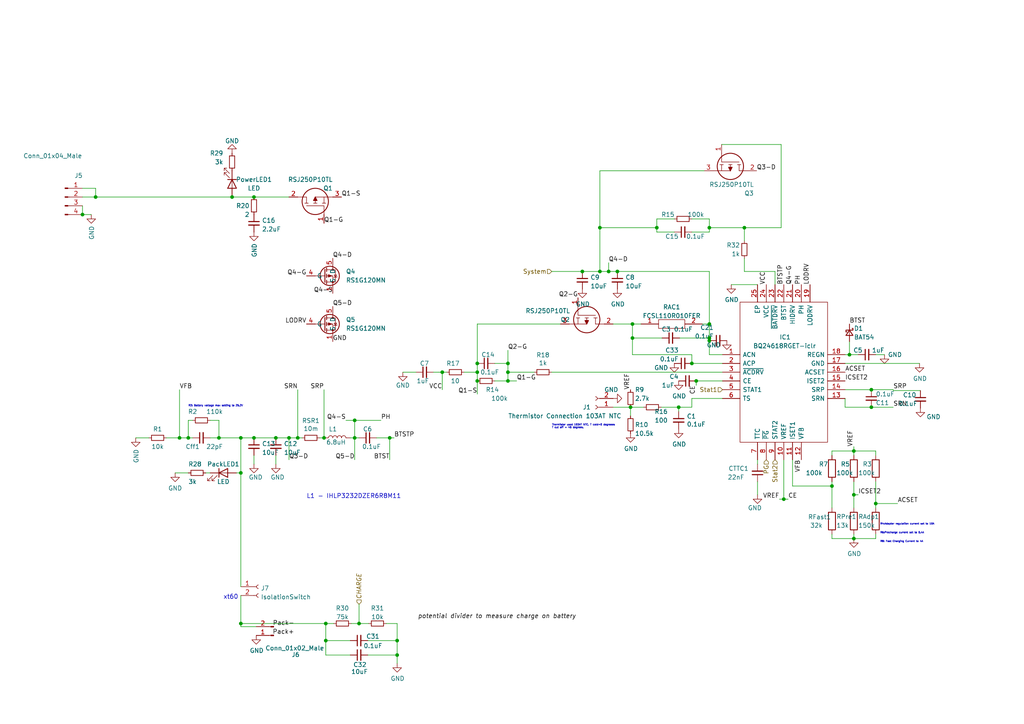
<source format=kicad_sch>
(kicad_sch (version 20211123) (generator eeschema)
  (paper "A4")
  (lib_symbols
    (symbol "Connector:Conn_01x02_Female" (pin_names (offset 1.016) hide)
      (property "Reference" "J" (at 0 2.54 0))
      (property "Value" "Conn_01x02_Female" (at 0 -5.08 0))
      (symbol "Conn_01x02_Female_1_1"
        (arc (start 0 -2.032) (mid -0.508 -2.54) (end 0 -3.048) (stroke (width 0.1524)))
        (polyline (pts (xy -1.27 -2.54) (xy -0.508 -2.54)) (stroke (width 0.1524)))
        (polyline (pts (xy -1.27 0) (xy -0.508 0)) (stroke (width 0.1524)))
        (arc (start 0 0.508) (mid -0.508 0) (end 0 -0.508) (stroke (width 0.1524)))
        (pin passive line (at -5.08 0 0) (length 3.81) (name "Pin_1") (number "1"))
        (pin passive line (at -5.08 -2.54 0) (length 3.81) (name "Pin_2") (number "2"))
      )
    )
    (symbol "Connector:Conn_01x02_Male" (pin_names (offset 1.016) hide)
      (property "Reference" "J" (at 0 2.54 0))
      (property "Value" "Conn_01x02_Male" (at 0 -5.08 0))
      (symbol "Conn_01x02_Male_1_1"
        (polyline (pts (xy 1.27 -2.54) (xy 0.8636 -2.54)) (stroke (width 0.1524)))
        (polyline (pts (xy 1.27 0) (xy 0.8636 0)) (stroke (width 0.1524)))
        (rectangle (start 0.8636 -2.413) (end 0 -2.667) (stroke (width 0.1524)) (fill (type outline)))
        (rectangle (start 0.8636 0.127) (end 0 -0.127) (stroke (width 0.1524)) (fill (type outline)))
        (pin passive line (at 5.08 0 180) (length 3.81) (name "Pin_1") (number "1"))
        (pin passive line (at 5.08 -2.54 180) (length 3.81) (name "Pin_2") (number "2"))
      )
    )
    (symbol "Connector:Conn_01x04_Male" (pin_names (offset 1.016) hide)
      (property "Reference" "J" (at 0 5.08 0))
      (property "Value" "Conn_01x04_Male" (at 0 -7.62 0))
      (symbol "Conn_01x04_Male_1_1"
        (polyline (pts (xy 1.27 -5.08) (xy 0.8636 -5.08)) (stroke (width 0.1524)))
        (polyline (pts (xy 1.27 -2.54) (xy 0.8636 -2.54)) (stroke (width 0.1524)))
        (polyline (pts (xy 1.27 0) (xy 0.8636 0)) (stroke (width 0.1524)))
        (polyline (pts (xy 1.27 2.54) (xy 0.8636 2.54)) (stroke (width 0.1524)))
        (rectangle (start 0.8636 -4.953) (end 0 -5.207) (stroke (width 0.1524)) (fill (type outline)))
        (rectangle (start 0.8636 -2.413) (end 0 -2.667) (stroke (width 0.1524)) (fill (type outline)))
        (rectangle (start 0.8636 0.127) (end 0 -0.127) (stroke (width 0.1524)) (fill (type outline)))
        (rectangle (start 0.8636 2.667) (end 0 2.413) (stroke (width 0.1524)) (fill (type outline)))
        (pin passive line (at 5.08 2.54 180) (length 3.81) (name "Pin_1") (number "1"))
        (pin passive line (at 5.08 0 180) (length 3.81) (name "Pin_2") (number "2"))
        (pin passive line (at 5.08 -2.54 180) (length 3.81) (name "Pin_3") (number "3"))
        (pin passive line (at 5.08 -5.08 180) (length 3.81) (name "Pin_4") (number "4"))
      )
    )
    (symbol "Device:C_Small" (pin_numbers hide) (pin_names (offset 0.254) hide)
      (property "Reference" "C" (at 0.254 1.778 0))
      (property "Value" "C_Small" (at 0.254 -2.032 0))
      (symbol "C_Small_0_1"
        (polyline (pts (xy -1.524 -0.508) (xy 1.524 -0.508)) (stroke (width 0.3302)))
        (polyline (pts (xy -1.524 0.508) (xy 1.524 0.508)) (stroke (width 0.3048)))
      )
      (symbol "C_Small_1_1"
        (pin passive line (at 0 2.54 270) (length 2.032) (name "~") (number "1"))
        (pin passive line (at 0 -2.54 90) (length 2.032) (name "~") (number "2"))
      )
    )
    (symbol "Device:D_Schottky_Small" (pin_numbers hide) (pin_names (offset 0.254) hide)
      (property "Reference" "D" (at -1.27 2.032 0))
      (property "Value" "D_Schottky_Small" (at -7.112 -2.032 0))
      (symbol "D_Schottky_Small_0_1"
        (polyline (pts (xy -0.762 0) (xy 0.762 0)))
        (polyline (pts (xy 0.762 -1.016) (xy -0.762 0) (xy 0.762 1.016) (xy 0.762 -1.016)) (stroke (width 0.254)))
        (polyline (pts (xy -1.27 0.762) (xy -1.27 1.016) (xy -0.762 1.016) (xy -0.762 -1.016) (xy -0.254 -1.016) (xy -0.254 -0.762)) (stroke (width 0.254)))
      )
      (symbol "D_Schottky_Small_1_1"
        (pin passive line (at -2.54 0 0) (length 1.778) (name "K") (number "1"))
        (pin passive line (at 2.54 0 180) (length 1.778) (name "A") (number "2"))
      )
    )
    (symbol "Device:L" (pin_numbers hide) (pin_names (offset 1.016) hide)
      (property "Reference" "L" (at -1.27 0 90))
      (property "Value" "L" (at 1.905 0 90))
      (symbol "L_0_1"
        (arc (start 0 -2.54) (mid 0.635 -1.905) (end 0 -1.27))
        (arc (start 0 -1.27) (mid 0.635 -0.635) (end 0 0))
        (arc (start 0 0) (mid 0.635 0.635) (end 0 1.27))
        (arc (start 0 1.27) (mid 0.635 1.905) (end 0 2.54))
      )
      (symbol "L_1_1"
        (pin passive line (at 0 3.81 270) (length 1.27) (name "1") (number "1"))
        (pin passive line (at 0 -3.81 90) (length 1.27) (name "2") (number "2"))
      )
    )
    (symbol "Device:LED" (pin_numbers hide) (pin_names (offset 1.016) hide)
      (property "Reference" "D" (at 0 2.54 0))
      (property "Value" "LED" (at 0 -2.54 0))
      (symbol "LED_0_1"
        (polyline (pts (xy -1.27 -1.27) (xy -1.27 1.27)) (stroke (width 0.254)))
        (polyline (pts (xy -1.27 0) (xy 1.27 0)))
        (polyline (pts (xy 1.27 -1.27) (xy 1.27 1.27) (xy -1.27 0) (xy 1.27 -1.27)) (stroke (width 0.254)))
        (polyline (pts (xy -3.048 -0.762) (xy -4.572 -2.286) (xy -3.81 -2.286) (xy -4.572 -2.286) (xy -4.572 -1.524)))
        (polyline (pts (xy -1.778 -0.762) (xy -3.302 -2.286) (xy -2.54 -2.286) (xy -3.302 -2.286) (xy -3.302 -1.524)))
      )
      (symbol "LED_1_1"
        (pin passive line (at -3.81 0 0) (length 2.54) (name "K") (number "1"))
        (pin passive line (at 3.81 0 180) (length 2.54) (name "A") (number "2"))
      )
    )
    (symbol "Device:R" (pin_numbers hide) (pin_names (offset 0))
      (property "Reference" "R" (at 2.032 0 90))
      (property "Value" "R" (at 0 0 90))
      (symbol "R_0_1"
        (rectangle (start -1.016 -2.54) (end 1.016 2.54) (stroke (width 0.254)))
      )
      (symbol "R_1_1"
        (pin passive line (at 0 3.81 270) (length 1.27) (name "~") (number "1"))
        (pin passive line (at 0 -3.81 90) (length 1.27) (name "~") (number "2"))
      )
    )
    (symbol "Device:R_Small" (pin_numbers hide) (pin_names (offset 0.254) hide)
      (property "Reference" "R" (at 0.762 0.508 0))
      (property "Value" "R_Small" (at 0.762 -1.016 0))
      (symbol "R_Small_0_1"
        (rectangle (start -0.762 1.778) (end 0.762 -1.778) (stroke (width 0.2032)))
      )
      (symbol "R_Small_1_1"
        (pin passive line (at 0 2.54 270) (length 0.762) (name "~") (number "1"))
        (pin passive line (at 0 -2.54 90) (length 0.762) (name "~") (number "2"))
      )
    )
    (symbol "iclr:BQ24618RGET-iclr" (pin_names (offset 0.762))
      (property "Reference" "IC" (at 31.75 20.32 0))
      (property "Value" "BQ24618RGET-iclr" (at 31.75 17.78 0))
      (symbol "BQ24618RGET-iclr_0_0"
        (pin passive line (at 0 0 0) (length 5.08) (name "ACN") (number "1"))
        (pin passive line (at 17.78 -30.48 90) (length 5.08) (name "VREF") (number "10"))
        (pin passive line (at 20.32 -30.48 90) (length 5.08) (name "ISET1") (number "11"))
        (pin passive line (at 22.86 -30.48 90) (length 5.08) (name "VFB") (number "12"))
        (pin passive line (at 35.56 -12.7 180) (length 5.08) (name "SRN") (number "13"))
        (pin passive line (at 35.56 -10.16 180) (length 5.08) (name "SRP") (number "14"))
        (pin passive line (at 35.56 -7.62 180) (length 5.08) (name "ISET2") (number "15"))
        (pin passive line (at 35.56 -5.08 180) (length 5.08) (name "ACSET") (number "16"))
        (pin passive line (at 35.56 -2.54 180) (length 5.08) (name "GND") (number "17"))
        (pin passive line (at 35.56 0 180) (length 5.08) (name "REGN") (number "18"))
        (pin passive line (at 25.4 20.32 270) (length 5.08) (name "LODRV") (number "19"))
        (pin passive line (at 0 -2.54 0) (length 5.08) (name "ACP") (number "2"))
        (pin passive line (at 22.86 20.32 270) (length 5.08) (name "PH") (number "20"))
        (pin passive line (at 20.32 20.32 270) (length 5.08) (name "HIDRV") (number "21"))
        (pin passive line (at 17.78 20.32 270) (length 5.08) (name "BTST") (number "22"))
        (pin passive line (at 15.24 20.32 270) (length 5.08) (name "~{BATDRV}") (number "23"))
        (pin passive line (at 12.7 20.32 270) (length 5.08) (name "VCC") (number "24"))
        (pin passive line (at 10.16 20.32 270) (length 5.08) (name "EP") (number "25"))
        (pin passive line (at 0 -5.08 0) (length 5.08) (name "~{ACDRV}") (number "3"))
        (pin passive line (at 0 -7.62 0) (length 5.08) (name "CE") (number "4"))
        (pin passive line (at 0 -10.16 0) (length 5.08) (name "STAT1") (number "5"))
        (pin passive line (at 0 -12.7 0) (length 5.08) (name "TS") (number "6"))
        (pin passive line (at 10.16 -30.48 90) (length 5.08) (name "TTC") (number "7"))
        (pin passive line (at 12.7 -30.48 90) (length 5.08) (name "~{PG}") (number "8"))
        (pin passive line (at 15.24 -30.48 90) (length 5.08) (name "STAT2") (number "9"))
      )
      (symbol "BQ24618RGET-iclr_0_1"
        (polyline (pts (xy 5.08 15.24) (xy 30.48 15.24) (xy 30.48 -25.4) (xy 5.08 -25.4) (xy 5.08 15.24)) (stroke (width 0.1524)))
      )
    )
    (symbol "iclr:FCSL110R010FER" (pin_names (offset 0.762))
      (property "Reference" "R" (at 13.97 6.35 0))
      (property "Value" "FCSL110R010FER" (at 13.97 3.81 0))
      (symbol "FCSL110R010FER_0_0"
        (pin passive line (at 0 0 0) (length 5.08) (name "~") (number "1"))
        (pin passive line (at 17.78 0 180) (length 5.08) (name "~") (number "2"))
      )
      (symbol "FCSL110R010FER_0_1"
        (polyline (pts (xy 5.08 1.27) (xy 12.7 1.27) (xy 12.7 -1.27) (xy 5.08 -1.27) (xy 5.08 1.27)) (stroke (width 0.1524)))
      )
    )
    (symbol "iclr:RS1G120MN"
      (property "Reference" "Q" (at 5.08 -13.97 0))
      (property "Value" "RS1G120MN" (at 10.16 -16.51 0))
      (symbol "RS1G120MN_0_1"
        (polyline (pts (xy -1.016 -15.24) (xy -3.81 -15.24)))
        (polyline (pts (xy -1.016 -13.335) (xy -1.016 -17.145)) (stroke (width 0.254)))
        (polyline (pts (xy -0.508 -16.51) (xy -0.508 -17.526)) (stroke (width 0.254)))
        (polyline (pts (xy -0.508 -14.732) (xy -0.508 -15.748)) (stroke (width 0.254)))
        (polyline (pts (xy -0.508 -12.954) (xy -0.508 -13.97)) (stroke (width 0.254)))
        (polyline (pts (xy 1.27 -12.7) (xy 1.27 -13.462)))
        (polyline (pts (xy 1.27 -17.78) (xy 1.27 -15.24) (xy -0.508 -15.24)))
        (polyline (pts (xy -0.508 -13.462) (xy 2.032 -13.462) (xy 2.032 -17.018) (xy -0.508 -17.018)))
        (polyline (pts (xy 1.016 -15.24) (xy 0 -14.859) (xy 0 -15.621) (xy 1.016 -15.24)) (fill (type outline)))
        (polyline (pts (xy 1.524 -15.748) (xy 1.651 -15.621) (xy 2.413 -15.621) (xy 2.54 -15.494)))
        (polyline (pts (xy 2.032 -15.621) (xy 1.651 -14.986) (xy 2.413 -14.986) (xy 2.032 -15.621)))
        (circle (center 0.381 -15.24) (radius 2.794) (stroke (width 0.254)))
        (circle (center 1.27 -17.018) (radius 0.254) (fill (type outline)))
        (circle (center 1.27 -13.462) (radius 0.254) (fill (type outline)))
      )
      (symbol "RS1G120MN_1_1"
        (pin passive line (at 1.27 -20.32 90) (length 2.54) (name "S") (number "1"))
        (pin passive line (at 1.27 -20.32 90) (length 2.54) hide (name "S") (number "2"))
        (pin passive line (at 1.27 -20.32 90) (length 2.54) hide (name "S") (number "3"))
        (pin input line (at -6.35 -15.24 0) (length 2.54) (name "G") (number "4"))
        (pin passive line (at 1.27 -10.16 270) (length 2.54) (name "D") (number "5"))
        (pin passive line (at 1.27 -10.16 270) (length 2.54) hide (name "D") (number "6"))
        (pin passive line (at 1.27 -10.16 270) (length 2.54) hide (name "D") (number "7"))
        (pin passive line (at 1.27 -10.16 270) (length 2.54) hide (name "D") (number "8"))
        (pin passive line (at 1.27 -10.16 270) (length 2.54) hide (name "D") (number "9"))
      )
    )
    (symbol "iclr:RSJ250P10TL" (pin_names (offset 0.762))
      (property "Reference" "Q" (at 11.43 3.81 0))
      (property "Value" "RSJ250P10TL" (at 11.43 1.27 0))
      (symbol "RSJ250P10TL_0_0"
        (pin passive line (at 0 0 0) (length 2.54) (name "~") (number "1"))
        (pin passive line (at 7.62 10.16 270) (length 2.54) (name "~") (number "2"))
        (pin passive line (at 7.62 -5.08 90) (length 2.54) (name "~") (number "3"))
      )
      (symbol "RSJ250P10TL_0_1"
        (polyline (pts (xy 5.842 -0.508) (xy 5.842 0.508)) (stroke (width 0.1524)))
        (polyline (pts (xy 5.842 0) (xy 7.62 0)) (stroke (width 0.1524)))
        (polyline (pts (xy 5.842 2.032) (xy 5.842 3.048)) (stroke (width 0.1524)))
        (polyline (pts (xy 5.842 5.588) (xy 5.842 4.572)) (stroke (width 0.1524)))
        (polyline (pts (xy 7.62 2.54) (xy 5.842 2.54)) (stroke (width 0.1524)))
        (polyline (pts (xy 7.62 2.54) (xy 7.62 -2.54)) (stroke (width 0.1524)))
        (polyline (pts (xy 7.62 5.08) (xy 5.842 5.08)) (stroke (width 0.1524)))
        (polyline (pts (xy 7.62 5.08) (xy 7.62 7.62)) (stroke (width 0.1524)))
        (polyline (pts (xy 2.54 0) (xy 5.08 0) (xy 5.08 5.08)) (stroke (width 0.1524)))
        (polyline (pts (xy 7.62 2.54) (xy 6.604 3.048) (xy 6.604 2.032) (xy 7.62 2.54)) (stroke (width 0.254)) (fill (type outline)))
        (circle (center 6.35 2.54) (radius 3.81) (stroke (width 0.254)))
      )
    )
    (symbol "power:GND" (power) (pin_names (offset 0))
      (property "Value" "GND" (at 0 -3.81 0))
      (symbol "GND_0_1"
        (polyline (pts (xy 0 0) (xy 0 -1.27) (xy 1.27 -1.27) (xy 0 -2.54) (xy -1.27 -1.27) (xy 0 -1.27)))
      )
      (symbol "GND_1_1"
        (pin power_in line (at 0 0 270) (length 0) hide (name "GND") (number "1"))
      )
    )
  )
  (junction (at 247.65 130.81))
  (junction (at 102.87 121.92))
  (junction (at 138.43 105.41))
  (junction (at 252.73 118.11))
  (junction (at 183.4388 93.98))
  (junction (at 27.7368 57.15))
  (junction (at 205.74 93.98))
  (junction (at 254 146.05))
  (junction (at 138.43 107.95))
  (junction (at 80.01 127))
  (junction (at 128.27 107.95))
  (junction (at 252.73 113.03))
  (junction (at 147.32 110.49))
  (junction (at 138.43 110.49))
  (junction (at 69.85 137.16))
  (junction (at 69.85 127))
  (junction (at 94.488 185.801))
  (junction (at 241.3 140.97))
  (junction (at 73.66 127))
  (junction (at 147.32 107.95))
  (junction (at 63.5 127))
  (junction (at 102.87 127))
  (junction (at 247.65 143.51))
  (junction (at 23.9268 62.23))
  (junction (at 182.88 118.11))
  (junction (at 227.33 144.78))
  (junction (at 147.32 105.41))
  (junction (at 52.07 127))
  (junction (at 215.9 66.04))
  (junction (at 176.53 78.74))
  (junction (at 201.93 110.49))
  (junction (at 168.91 78.74))
  (junction (at 115.189 185.801))
  (junction (at 247.65 156.21))
  (junction (at 246.38 102.87))
  (junction (at 205.74 98.806))
  (junction (at 173.99 66.04))
  (junction (at 183.4388 98.044))
  (junction (at 69.85 180.848))
  (junction (at 104.14 180.848))
  (junction (at 205.74 98.044))
  (junction (at 86.36 127))
  (junction (at 73.66 57.15))
  (junction (at 179.07 78.74))
  (junction (at 113.03 127))
  (junction (at 94.488 180.848))
  (junction (at 67.31 57.15))
  (junction (at 54.61 127))
  (junction (at 200.66 105.41))
  (junction (at 115.189 189.992))
  (junction (at 173.99 78.74))
  (junction (at 83.82 127))
  (junction (at 190.5 66.04))
  (junction (at 205.74 66.04))
  (junction (at 93.98 127))
  (junction (at 196.85 118.11))
  (wire (pts (xy 48.26 127) (xy 52.07 127)))
  (wire (pts (xy 241.3 139.7) (xy 241.3 140.97)))
  (wire (pts (xy 224.79 78.74) (xy 215.9 78.74)))
  (wire (pts (xy 138.43 114.3) (xy 138.43 110.49)))
  (wire (pts (xy 183.4388 93.98) (xy 185.928 93.98)))
  (wire (pts (xy 69.85 180.848) (xy 94.488 180.848)))
  (wire (pts (xy 128.27 107.95) (xy 129.54 107.95)))
  (wire (pts (xy 224.79 78.74) (xy 224.79 82.55)))
  (wire (pts (xy 227.33 133.35) (xy 227.33 144.78)))
  (wire (pts (xy 80.01 127) (xy 83.82 127)))
  (wire (pts (xy 69.85 127) (xy 69.85 137.16)))
  (wire (pts (xy 69.85 127) (xy 73.66 127)))
  (wire (pts (xy 147.32 105.41) (xy 147.32 107.95)))
  (wire (pts (xy 246.38 102.87) (xy 248.92 102.87)))
  (wire (pts (xy 168.91 78.74) (xy 173.99 78.74)))
  (wire (pts (xy 252.73 118.11) (xy 259.08 118.11)))
  (wire (pts (xy 212.09 82.55) (xy 219.71 82.55)))
  (wire (pts (xy 138.43 110.49) (xy 138.43 107.95)))
  (wire (pts (xy 254 156.21) (xy 254 154.94)))
  (wire (pts (xy 143.51 110.49) (xy 147.32 110.49)))
  (wire (pts (xy 182.88 120.65) (xy 182.88 118.11)))
  (wire (pts (xy 143.51 105.41) (xy 147.32 105.41)))
  (wire (pts (xy 50.8 137.16) (xy 54.61 137.16)))
  (wire (pts (xy 190.5 66.04) (xy 190.5 67.31)))
  (wire (pts (xy 205.74 78.74) (xy 205.74 93.98)))
  (wire (pts (xy 200.66 105.41) (xy 209.55 105.41)))
  (wire (pts (xy 173.99 66.04) (xy 173.99 78.74)))
  (wire (pts (xy 245.11 113.03) (xy 252.73 113.03)))
  (wire (pts (xy 59.69 137.16) (xy 60.96 137.16)))
  (wire (pts (xy 247.65 143.51) (xy 247.65 147.32)))
  (wire (pts (xy 186.69 118.11) (xy 182.88 118.11)))
  (wire (pts (xy 209.55 115.57) (xy 200.66 115.57)))
  (wire (pts (xy 52.07 113.03) (xy 52.07 127)))
  (wire (pts (xy 94.488 189.992) (xy 101.6 189.992)))
  (wire (pts (xy 219.71 133.35) (xy 219.71 134.62)))
  (wire (pts (xy 104.14 175.26) (xy 104.14 180.848)))
  (wire (pts (xy 183.4388 93.98) (xy 183.4388 98.044)))
  (wire (pts (xy 73.66 127) (xy 80.01 127)))
  (wire (pts (xy 200.66 102.87) (xy 183.4388 102.87)))
  (wire (pts (xy 215.9 66.04) (xy 215.9 69.85)))
  (wire (pts (xy 102.87 127) (xy 104.14 127)))
  (wire (pts (xy 247.65 143.51) (xy 248.92 143.51)))
  (wire (pts (xy 113.03 127) (xy 114.3 127)))
  (wire (pts (xy 100.33 121.92) (xy 102.87 121.92)))
  (wire (pts (xy 69.85 180.848) (xy 69.85 181.7624)))
  (wire (pts (xy 116.84 107.95) (xy 120.65 107.95)))
  (wire (pts (xy 149.86 110.49) (xy 147.32 110.49)))
  (wire (pts (xy 215.9 74.93) (xy 215.9 78.74)))
  (wire (pts (xy 55.88 127) (xy 54.61 127)))
  (wire (pts (xy 106.68 185.801) (xy 115.189 185.801)))
  (wire (pts (xy 241.3 140.97) (xy 241.3 147.32)))
  (wire (pts (xy 27.7368 54.61) (xy 27.7368 57.15)))
  (wire (pts (xy 176.53 78.74) (xy 179.07 78.74)))
  (wire (pts (xy 86.36 127) (xy 87.63 127)))
  (wire (pts (xy 93.98 113.03) (xy 93.98 127)))
  (wire (pts (xy 23.9268 54.61) (xy 27.7368 54.61)))
  (wire (pts (xy 247.65 139.7) (xy 247.65 143.51)))
  (wire (pts (xy 94.488 180.848) (xy 94.488 185.801)))
  (wire (pts (xy 73.66 132.08) (xy 73.66 134.62)))
  (wire (pts (xy 241.3 130.81) (xy 241.3 132.08)))
  (wire (pts (xy 23.9268 62.23) (xy 26.4668 62.23)))
  (wire (pts (xy 200.66 63.5) (xy 205.74 63.5)))
  (wire (pts (xy 160.02 78.74) (xy 168.91 78.74)))
  (wire (pts (xy 245.11 102.87) (xy 246.38 102.87)))
  (wire (pts (xy 226.06 144.78) (xy 227.33 144.78)))
  (wire (pts (xy 229.87 140.97) (xy 229.87 133.35)))
  (wire (pts (xy 69.85 137.16) (xy 69.85 170.18)))
  (wire (pts (xy 200.66 118.11) (xy 196.85 118.11)))
  (wire (pts (xy 83.82 127) (xy 83.82 133.35)))
  (wire (pts (xy 245.11 115.57) (xy 245.11 118.11)))
  (wire (pts (xy 63.5 127) (xy 69.85 127)))
  (wire (pts (xy 125.73 107.95) (xy 128.27 107.95)))
  (wire (pts (xy 203.708 93.98) (xy 205.74 93.98)))
  (wire (pts (xy 67.31 57.15) (xy 73.66 57.15)))
  (wire (pts (xy 23.9268 59.69) (xy 23.9268 62.23)))
  (wire (pts (xy 52.07 127) (xy 54.61 127)))
  (wire (pts (xy 227.33 144.78) (xy 228.6 144.78)))
  (wire (pts (xy 60.96 121.92) (xy 63.5 121.92)))
  (wire (pts (xy 173.99 66.04) (xy 190.5 66.04)))
  (wire (pts (xy 254 130.81) (xy 247.65 130.81)))
  (wire (pts (xy 197.104 98.044) (xy 205.74 98.044)))
  (wire (pts (xy 177.8 93.98) (xy 183.4388 93.98)))
  (wire (pts (xy 179.07 78.74) (xy 205.74 78.74)))
  (wire (pts (xy 219.71 139.7) (xy 219.71 143.51)))
  (wire (pts (xy 112.014 180.848) (xy 115.189 180.848)))
  (wire (pts (xy 254 132.08) (xy 254 130.81)))
  (wire (pts (xy 69.85 181.7624) (xy 74.3204 181.7624)))
  (wire (pts (xy 115.189 185.801) (xy 115.189 189.992)))
  (wire (pts (xy 173.99 49.53) (xy 173.99 66.04)))
  (wire (pts (xy 138.43 93.98) (xy 138.43 105.41)))
  (wire (pts (xy 94.488 185.801) (xy 94.488 189.992)))
  (wire (pts (xy 27.7368 57.15) (xy 67.31 57.15)))
  (wire (pts (xy 195.58 63.5) (xy 190.5 63.5)))
  (wire (pts (xy 190.5 63.5) (xy 190.5 66.04)))
  (wire (pts (xy 23.9268 57.15) (xy 27.7368 57.15)))
  (wire (pts (xy 247.65 132.08) (xy 247.65 130.81)))
  (wire (pts (xy 205.74 63.5) (xy 205.74 66.04)))
  (wire (pts (xy 115.189 180.848) (xy 115.189 185.801)))
  (wire (pts (xy 205.74 93.98) (xy 205.74 98.044)))
  (wire (pts (xy 200.66 67.31) (xy 205.74 67.31)))
  (wire (pts (xy 241.3 154.94) (xy 241.3 156.21)))
  (wire (pts (xy 69.85 172.72) (xy 69.85 180.848)))
  (wire (pts (xy 94.488 185.801) (xy 101.6 185.801)))
  (wire (pts (xy 205.74 66.04) (xy 215.9 66.04)))
  (wire (pts (xy 176.53 76.2) (xy 176.53 78.74)))
  (wire (pts (xy 106.68 189.992) (xy 115.189 189.992)))
  (wire (pts (xy 92.71 127) (xy 93.98 127)))
  (wire (pts (xy 260.35 146.05) (xy 254 146.05)))
  (wire (pts (xy 134.62 107.95) (xy 138.43 107.95)))
  (wire (pts (xy 177.8 118.11) (xy 182.88 118.11)))
  (wire (pts (xy 241.3 156.21) (xy 247.65 156.21)))
  (wire (pts (xy 254 102.87) (xy 256.54 102.87)))
  (wire (pts (xy 246.38 99.06) (xy 246.38 102.87)))
  (wire (pts (xy 201.93 110.49) (xy 209.55 110.49)))
  (wire (pts (xy 104.14 180.848) (xy 106.934 180.848)))
  (wire (pts (xy 73.66 57.15) (xy 83.82 57.15)))
  (wire (pts (xy 63.5 121.92) (xy 63.5 127)))
  (wire (pts (xy 205.74 66.04) (xy 205.74 67.31)))
  (wire (pts (xy 205.74 98.806) (xy 205.74 102.87)))
  (wire (pts (xy 63.5 127) (xy 60.96 127)))
  (wire (pts (xy 200.66 115.57) (xy 200.66 118.11)))
  (wire (pts (xy 94.488 180.848) (xy 96.774 180.848)))
  (wire (pts (xy 173.99 78.74) (xy 176.53 78.74)))
  (wire (pts (xy 54.61 121.92) (xy 54.61 127)))
  (wire (pts (xy 192.024 98.044) (xy 183.4388 98.044)))
  (wire (pts (xy 201.93 110.49) (xy 201.93 111.76)))
  (wire (pts (xy 245.11 118.11) (xy 252.73 118.11)))
  (wire (pts (xy 196.85 118.11) (xy 191.77 118.11)))
  (wire (pts (xy 245.11 105.41) (xy 266.7 105.41)))
  (wire (pts (xy 83.82 127) (xy 86.36 127)))
  (wire (pts (xy 113.03 127) (xy 113.03 133.35)))
  (wire (pts (xy 138.43 93.98) (xy 162.56 93.98)))
  (wire (pts (xy 102.87 121.92) (xy 110.49 121.92)))
  (wire (pts (xy 160.02 107.95) (xy 209.55 107.95)))
  (wire (pts (xy 247.65 156.21) (xy 254 156.21)))
  (wire (pts (xy 138.43 107.95) (xy 138.43 105.41)))
  (wire (pts (xy 147.32 110.49) (xy 147.32 107.95)))
  (wire (pts (xy 102.87 127) (xy 102.87 133.35)))
  (wire (pts (xy 86.36 127) (xy 86.36 113.03)))
  (wire (pts (xy 196.85 118.11) (xy 196.85 119.38)))
  (wire (pts (xy 101.854 180.848) (xy 104.14 180.848)))
  (wire (pts (xy 147.32 101.6) (xy 147.32 105.41)))
  (wire (pts (xy 55.88 121.92) (xy 54.61 121.92)))
  (wire (pts (xy 241.3 140.97) (xy 229.87 140.97)))
  (wire (pts (xy 226.568 66.04) (xy 215.9 66.04)))
  (wire (pts (xy 183.4388 98.044) (xy 183.4388 102.87)))
  (wire (pts (xy 252.73 113.03) (xy 259.08 113.03)))
  (wire (pts (xy 209.296 41.91) (xy 226.568 41.91)))
  (wire (pts (xy 147.32 107.95) (xy 154.94 107.95)))
  (wire (pts (xy 247.65 154.94) (xy 247.65 156.21)))
  (wire (pts (xy 226.568 41.91) (xy 226.568 66.04)))
  (wire (pts (xy 102.87 121.92) (xy 102.87 127)))
  (wire (pts (xy 266.954 113.284) (xy 259.08 113.284)))
  (wire (pts (xy 80.01 132.08) (xy 80.01 134.62)))
  (wire (pts (xy 205.74 98.044) (xy 205.74 98.806)))
  (wire (pts (xy 259.08 113.284) (xy 259.08 113.03)))
  (wire (pts (xy 247.65 130.81) (xy 241.3 130.81)))
  (wire (pts (xy 43.18 127) (xy 39.37 127)))
  (wire (pts (xy 101.6 127) (xy 102.87 127)))
  (wire (pts (xy 200.66 102.87) (xy 200.66 105.41)))
  (wire (pts (xy 190.5 67.31) (xy 195.58 67.31)))
  (wire (pts (xy 173.99 49.53) (xy 204.216 49.53)))
  (wire (pts (xy 109.22 127) (xy 113.03 127)))
  (wire (pts (xy 247.65 129.54) (xy 247.65 130.81)))
  (wire (pts (xy 254 139.7) (xy 254 146.05)))
  (wire (pts (xy 128.27 107.95) (xy 128.27 113.03)))
  (wire (pts (xy 254 146.05) (xy 254 147.32)))
  (wire (pts (xy 209.55 102.87) (xy 205.74 102.87)))
  (wire (pts (xy 115.189 189.992) (xy 115.189 192.405)))
  (wire (pts (xy 68.58 137.16) (xy 69.85 137.16)))
  (text "R2: Battery voltage max setting to 25.2V\n" (at 54.61 118.11 0) (effects (font (size 0.5 0.5)) (justify left bottom)))
  (text "R4:Adapter regulation current set to 10A" (at 255.27 152.4 0) (effects (font (size 0.5 0.5)) (justify left bottom)))
  (text "L1 - IHLP3232DZER6R8M11 " (at 88.9 144.78 0) (effects (font (size 1.27 1.27)) (justify left bottom)))
  (text "R8: Fast Charging Current to 4A" (at 255.27 157.48 0) (effects (font (size 0.5 0.5)) (justify left bottom)))
  (text "Thermistor used 103AT NTC. T cold=0 degreees\nT cut off = 45 degrees. \n" (at 160.02 124.46 0) (effects (font (size 0.5 0.5)) (justify left bottom)))
  (text "R6:Precharge current set to 0.4A" (at 255.27 154.94 0) (effects (font (size 0.5 0.5)) (justify left bottom)))
  (text "xt60\n" (at 64.77 173.99 0) (effects (font (size 1.27 1.27)) (justify left bottom)))
  (label "Q1-S" (at 138.43 114.3 180))
  (label "SRP" (at 259.08 113.03 0))
  (label "VREF" (at 247.65 129.54 90))
  (label "Pack+" (at 79.0448 184.2516 0))
  (label "BTSTP" (at 227.33 82.55 90))
  (label "PH" (at 232.41 82.55 90))
  (label "VREF" (at 182.88 113.03 90))
  (label "Q1-G" (at 93.98 64.77 0))
  (label "Pack-" (at 79.0956 181.7116 0))
  (label "Q1-G" (at 149.86 110.49 0))
  (label "ICSET2" (at 248.92 143.51 0))
  (label "GND" (at 96.52 99.06 0))
  (label "ICSET2" (at 245.11 110.49 0))
  (label "LODRV" (at 88.9 93.98 180))
  (label "VFB" (at 52.07 113.03 0))
  (label "VFB" (at 232.41 133.35 270))
  (label "Q3-D" (at 219.456 49.53 0))
  (label "Q3-D" (at 83.82 133.35 0))
  (label "CE" (at 201.93 111.76 270))
  (label "SRP" (at 93.98 113.03 180))
  (label "Q4-S" (at 96.52 85.09 180))
  (label "PH" (at 110.49 121.92 0))
  (label "ACSET" (at 260.35 146.05 0))
  (label "SRN" (at 86.36 113.03 180))
  (label "VCC" (at 128.27 113.03 180))
  (label "Q2-G" (at 147.32 101.6 0))
  (label "potential divider to measure charge on battery" (at 121.158 179.705 0) (effects (font italic)))
  (label "BTST" (at 246.38 93.98 0))
  (label "Q1-S" (at 99.06 57.15 0))
  (label "Q2-G" (at 167.64 86.36 180))
  (label "LODRV" (at 234.95 82.55 90))
  (label "Q5-D" (at 96.52 88.9 0))
  (label "Q4-D" (at 96.52 74.93 0))
  (label "Q4-G" (at 88.9 80.01 180))
  (label "VCC" (at 222.25 82.55 90))
  (label "Q4-S" (at 100.33 121.92 180))
  (label "ACSET" (at 245.11 107.95 0))
  (label "VREF" (at 226.06 144.78 180))
  (label "BTST" (at 113.03 133.35 180))
  (label "Q4-D" (at 176.53 76.2 0))
  (label "Q5-D" (at 102.87 133.35 180))
  (label "Q4-G" (at 229.87 82.55 90))
  (label "SRN" (at 259.08 118.11 0))
  (label "BTSTP" (at 114.3 127 0))
  (label "CE" (at 228.6 144.78 0))
  (hierarchical_label "Stat1" (shape input) (at 209.55 113.03 180))
  (hierarchical_label "System" (shape input) (at 160.02 78.74 180))
  (hierarchical_label "Stat2" (shape input) (at 224.79 133.35 270))
  (hierarchical_label "CHARGE" (shape input) (at 104.14 175.26 90) (effects (font italic)))
  (hierarchical_label "PG" (shape input) (at 222.25 133.35 270))
  (symbol (lib_id "power:GND") (at 196.85 110.49 0) (unit 1)
    (property "Reference" "#PWR0125" (effects hide))
    (property "Value" "GND" (at 196.977 114.8842 0))
  )
  (symbol (lib_id "power:GND") (at 210.82 98.806 0) (unit 1)
    (property "Reference" "#PWR0133" (effects hide))
    (property "Value" "GND" (at 207.01 100.076 0))
  )
  (symbol (lib_id "power:GND") (at 219.71 143.51 0) (unit 1)
    (property "Reference" "#PWR0127" (effects hide))
    (property "Value" "GND" (at 220.98 147.32 0) (effects (justify right)))
  )
  (symbol (lib_id "Device:R_Small") (at 189.23 118.11 270) (unit 1)
    (property "Reference" "R16" (at 191.77 119.38 90))
    (property "Value" "100" (at 191.77 121.92 90))
    (property "Footprint" "Resistor_SMD:R_0603_1608Metric" (effects hide))
  )
  (symbol (lib_id "Device:R_Small") (at 182.88 123.19 180) (unit 1)
    (property "Reference" "R10" (at 184.15 123.19 0) (effects (justify right)))
    (property "Value" "10.5k" (at 184.15 125.73 0) (effects (justify right)))
    (property "Footprint" "Resistor_SMD:R_0603_1608Metric" (effects hide))
  )
  (symbol (lib_id "Device:R_Small") (at 182.88 115.57 180) (unit 1)
    (property "Reference" "R9" (at 184.15 113.03 0) (effects (justify right)))
    (property "Value" "2.7k" (at 184.15 115.57 0) (effects (justify right)))
    (property "Footprint" "Resistor_SMD:R_0603_1608Metric" (effects hide))
  )
  (symbol (lib_id "Device:C_Small") (at 196.85 121.92 0) (unit 1)
    (property "Reference" "C1" (at 199.1868 120.7516 0) (effects (justify left)))
    (property "Value" "0.1uF" (at 199.1868 123.063 0) (effects (justify left)))
    (property "Footprint" "Capacitor_SMD:C_0603_1608Metric" (effects hide))
  )
  (symbol (lib_id "power:GND") (at 196.85 124.46 0) (unit 1)
    (property "Reference" "#PWR0128" (effects hide))
    (property "Value" "GND" (at 196.977 128.8542 0))
  )
  (symbol (lib_id "power:GND") (at 182.88 125.73 0) (unit 1)
    (property "Reference" "#PWR0137" (effects hide))
    (property "Value" "GND" (at 183.007 130.1242 0))
  )
  (symbol (lib_id "Connector:Conn_01x02_Female") (at 172.72 118.11 180) (unit 1)
    (property "Reference" "J1" (at 170.18 118.11 0))
    (property "Value" "Thermistor Connection 103AT NTC" (at 163.83 120.65 0))
    (property "Footprint" "Connector_JST:JST_XH_B2B-XH-AM_1x02_P2.50mm_Vertical" (effects hide))
  )
  (symbol (lib_id "Device:R") (at 241.3 135.89 0) (unit 1)
    (property "Reference" "R7" (at 237.49 134.62 0) (effects (justify left)))
    (property "Value" "100k" (at 233.68 137.16 0) (effects (justify left)))
    (property "Footprint" "Resistor_SMD:R_0603_1608Metric" (effects hide))
  )
  (symbol (lib_id "Device:R") (at 254 135.89 0) (unit 1)
    (property "Reference" "R3" (at 250.19 134.62 0) (effects (justify left)))
    (property "Value" "100k" (at 248.92 137.16 0) (effects (justify left)))
    (property "Footprint" "Resistor_SMD:R_0603_1608Metric" (effects hide))
  )
  (symbol (lib_id "Device:R") (at 247.65 135.89 0) (unit 1)
    (property "Reference" "R5" (at 243.84 134.62 0) (effects (justify left)))
    (property "Value" "100k" (at 242.57 137.16 0) (effects (justify left)))
    (property "Footprint" "Resistor_SMD:R_0603_1608Metric" (effects hide))
  )
  (symbol (lib_id "Device:R") (at 241.3 151.13 0) (unit 1)
    (property "Reference" "RFast1" (at 234.3474 149.9435 0) (effects (justify left)))
    (property "Value" "32k" (at 234.95 152.4 0) (effects (justify left)))
    (property "Footprint" "Resistor_SMD:R_0603_1608Metric" (effects hide))
  )
  (symbol (lib_id "Device:R") (at 254 151.13 0) (unit 1)
    (property "Reference" "RAdp1" (at 248.92 149.86 0) (effects (justify left)))
    (property "Value" "150k" (at 248.92 152.4 0) (effects (justify left)))
    (property "Footprint" "Resistor_SMD:R_0603_1608Metric" (effects hide))
  )
  (symbol (lib_id "Device:R") (at 247.65 151.13 0) (unit 1)
    (property "Reference" "RPre1" (at 242.57 149.86 0) (effects (justify left)))
    (property "Value" "13k" (at 242.57 152.4 0) (effects (justify left)))
    (property "Footprint" "Resistor_SMD:R_0603_1608Metric" (effects hide))
  )
  (symbol (lib_id "power:GND") (at 247.65 156.21 0) (unit 1)
    (property "Reference" "#PWR0135" (effects hide))
    (property "Value" "GND" (at 247.777 160.6042 0))
  )
  (symbol (lib_id "power:GND") (at 256.54 102.87 0) (unit 1)
    (property "Reference" "#PWR0129" (effects hide))
    (property "Value" "GND" (at 261.62 102.87 0) (effects (justify right)))
  )
  (symbol (lib_id "Device:D_Schottky_Small") (at 246.38 96.52 270) (unit 1)
    (property "Reference" "D1" (at 247.65 95.25 90) (effects (justify left)))
    (property "Value" "BAT54" (at 247.65 97.79 90) (effects (justify left)))
    (property "Footprint" "Diode_SMD:D_SOT-23_ANK" (effects hide))
  )
  (symbol (lib_id "power:GND") (at 266.7 105.41 0) (unit 1)
    (property "Reference" "#PWR0130" (effects hide))
    (property "Value" "GND" (at 266.827 109.8042 0))
  )
  (symbol (lib_id "power:GND") (at 168.91 83.82 0) (unit 1)
    (property "Reference" "#PWR0132" (effects hide))
    (property "Value" "GND" (at 169.037 88.2142 0))
  )
  (symbol (lib_id "power:GND") (at 179.07 83.82 0) (unit 1)
    (property "Reference" "#PWR0131" (effects hide))
    (property "Value" "GND" (at 179.197 88.2142 0))
  )
  (symbol (lib_id "Device:C_Small") (at 194.564 98.044 90) (unit 1)
    (property "Reference" "C3" (at 194.564 95.504 90) (effects (justify left)))
    (property "Value" "0.1uF" (at 200.914 95.504 90) (effects (justify left)))
    (property "Footprint" "Capacitor_SMD:C_0603_1608Metric" (effects hide))
  )
  (symbol (lib_id "Device:R_Small") (at 140.97 110.49 90) (unit 1)
    (property "Reference" "R14" (at 144.78 113.03 90) (effects (justify left)))
    (property "Value" "100k" (at 147.32 115.57 90) (effects (justify left)))
    (property "Footprint" "Resistor_SMD:R_0603_1608Metric" (effects hide))
  )
  (symbol (lib_id "Device:C_Small") (at 140.97 105.41 90) (unit 1)
    (property "Reference" "C14" (at 143.51 102.87 90) (effects (justify left)))
    (property "Value" "0.1uF" (at 144.78 107.95 90) (effects (justify left)))
    (property "Footprint" "Capacitor_SMD:C_0603_1608Metric" (effects hide))
  )
  (symbol (lib_id "Device:R_Small") (at 132.08 107.95 90) (unit 1)
    (property "Reference" "R17" (at 133.35 105.41 90) (effects (justify left)))
    (property "Value" "10" (at 133.35 110.49 90) (effects (justify left)))
    (property "Footprint" "Resistor_SMD:R_0603_1608Metric" (effects hide))
  )
  (symbol (lib_id "Device:R_Small") (at 157.48 107.95 90) (unit 1)
    (property "Reference" "R18" (at 157.48 102.9716 90))
    (property "Value" "1k" (at 157.48 105.283 90))
    (property "Footprint" "Resistor_SMD:R_0603_1608Metric" (effects hide))
  )
  (symbol (lib_id "Device:C_Small") (at 252.73 115.57 0) (unit 1)
    (property "Reference" "C11" (at 254 116.84 0) (effects (justify left)))
    (property "Value" "0.1uF" (at 254 114.3 0) (effects (justify left)))
    (property "Footprint" "Capacitor_SMD:C_0603_1608Metric" (effects hide))
  )
  (symbol (lib_id "Device:C_Small") (at 266.954 115.824 0) (unit 1)
    (property "Reference" "C10" (at 261.874 114.554 0) (effects (justify left)))
    (property "Value" "0.1uF" (at 260.604 117.094 0) (effects (justify left)))
    (property "Footprint" "Capacitor_SMD:C_0603_1608Metric" (effects hide))
  )
  (symbol (lib_id "power:GND") (at 266.954 118.364 0) (unit 1)
    (property "Reference" "#PWR0134" (effects hide))
    (property "Value" "GND" (at 270.764 120.904 0))
  )
  (symbol (lib_id "Device:R_Small") (at 198.12 63.5 270) (unit 1)
    (property "Reference" "R15" (at 191.77 62.23 90) (effects (justify left)))
    (property "Value" "100k" (at 199.39 62.23 90) (effects (justify left)))
    (property "Footprint" "Resistor_SMD:R_0603_1608Metric" (effects hide))
  )
  (symbol (lib_id "Device:C_Small") (at 198.12 67.31 90) (unit 1)
    (property "Reference" "C15" (at 196.85 68.58 90) (effects (justify left)))
    (property "Value" "0.1uF" (at 204.47 68.58 90) (effects (justify left)))
    (property "Footprint" "Capacitor_SMD:C_0603_1608Metric" (effects hide))
  )
  (symbol (lib_id "power:GND") (at 73.66 67.31 0) (unit 1)
    (property "Reference" "#PWR0138" (effects hide))
    (property "Value" "GND" (at 73.787 70.5612 90) (effects (justify right)))
  )
  (symbol (lib_id "power:GND") (at 116.84 107.95 0) (unit 1)
    (property "Reference" "#PWR0141" (effects hide))
    (property "Value" "GND" (at 116.84 111.76 0))
  )
  (symbol (lib_id "Device:C_Small") (at 198.12 105.41 90) (unit 1)
    (property "Reference" "C33" (at 196.85 101.6 90) (effects (justify left)))
    (property "Value" "0.1uF" (at 196.85 104.14 90) (effects (justify left)))
    (property "Footprint" "Capacitor_SMD:C_0603_1608Metric" (effects hide))
  )
  (symbol (lib_id "Device:C_Small") (at 199.39 110.49 90) (unit 1)
    (property "Reference" "C4" (at 196.85 109.22 90) (effects (justify left)))
    (property "Value" "1uF" (at 195.58 111.76 90) (effects (justify left)))
    (property "Footprint" "Capacitor_SMD:C_0603_1608Metric" (effects hide))
  )
  (symbol (lib_id "Device:R_Small") (at 73.66 59.69 180) (unit 1)
    (property "Reference" "R20" (at 72.39 59.69 0) (effects (justify left)))
    (property "Value" "2" (at 72.39 62.23 0) (effects (justify left)))
    (property "Footprint" "Resistor_SMD:R_0603_1608Metric" (effects hide))
  )
  (symbol (lib_id "Device:R_Small") (at 215.9 72.39 180) (unit 1)
    (property "Reference" "R32" (at 214.63 71.12 0) (effects (justify left)))
    (property "Value" "1k" (at 214.63 73.66 0) (effects (justify left)))
    (property "Footprint" "Resistor_SMD:R_0603_1608Metric" (effects hide))
  )
  (symbol (lib_id "Device:C_Small") (at 58.42 127 90) (unit 1)
    (property "Reference" "Cff1" (at 55.88 129.54 90))
    (property "Value" "22pF" (at 62.23 129.54 90))
    (property "Footprint" "Capacitor_SMD:C_0603_1608Metric" (effects hide))
  )
  (symbol (lib_id "Device:R_Small") (at 58.42 121.92 90) (unit 1)
    (property "Reference" "R2" (at 55.88 119.38 90))
    (property "Value" "110k" (at 62.23 119.38 90))
    (property "Footprint" "Resistor_SMD:R_0603_1608Metric" (effects hide))
  )
  (symbol (lib_id "Device:R_Small") (at 45.72 127 90) (unit 1)
    (property "Reference" "R1" (at 45.72 124.46 90))
    (property "Value" "10k" (at 45.72 129.54 90))
    (property "Footprint" "Resistor_SMD:R_0603_1608Metric" (effects hide))
  )
  (symbol (lib_id "power:GND") (at 39.37 127 0) (unit 1)
    (property "Reference" "#PWR0147" (effects hide))
    (property "Value" "GND" (at 39.497 130.2512 90) (effects (justify right)))
  )
  (symbol (lib_id "power:GND") (at 80.01 134.62 0) (unit 1)
    (property "Reference" "#PWR0148" (effects hide))
    (property "Value" "GND" (at 82.55 138.43 0) (effects (justify right)))
  )
  (symbol (lib_id "power:GND") (at 73.66 134.62 0) (unit 1)
    (property "Reference" "#PWR0149" (effects hide))
    (property "Value" "GND" (at 76.2 138.43 0) (effects (justify right)))
  )
  (symbol (lib_id "Device:L") (at 97.79 127 90) (unit 1)
    (property "Reference" "L1" (at 97.79 124.46 90) (effects (justify left)))
    (property "Value" "6.8uH" (at 100.33 128.27 90) (effects (justify left)))
    (property "Footprint" "iclr:INDM8681X400N" (effects hide))
  )
  (symbol (lib_id "Device:C_Small") (at 106.68 127 90) (unit 1)
    (property "Reference" "C6" (at 107.95 124.46 90) (effects (justify left)))
    (property "Value" "0.1uF" (at 110.49 129.54 90) (effects (justify left)))
    (property "Footprint" "Capacitor_SMD:C_0603_1608Metric" (effects hide))
  )
  (symbol (lib_id "power:GND") (at 26.4668 62.23 0) (unit 1)
    (property "Reference" "#PWR0145" (effects hide))
    (property "Value" "GND" (at 26.5938 65.4812 90) (effects (justify right)))
  )
  (symbol (lib_id "power:GND") (at 177.8 115.57 90) (unit 1)
    (property "Reference" "#PWR0136" (effects hide))
    (property "Value" "GND" (at 175.26 113.03 90) (effects (justify right)))
  )
  (symbol (lib_id "Device:LED") (at 67.31 53.34 270) (unit 1)
    (property "Reference" "PowerLED1" (at 73.66 52.07 90))
    (property "Value" "LED" (at 73.66 54.61 90))
    (property "Footprint" "LED_SMD:LED_0603_1608Metric" (effects hide))
  )
  (symbol (lib_id "iclr:BQ24618RGET-iclr") (at 209.55 102.87 0) (unit 1)
    (property "Reference" "IC1" (at 226.06 97.79 0) (effects (justify left)))
    (property "Value" "BQ24618RGET-iclr" (at 218.44 100.33 0) (effects (justify left)))
    (property "Footprint" "Package_DFN_QFN:VQFN-24-1EP_4x4mm_P0.5mm_EP2.45x2.45mm" (effects hide))
    (property "Datasheet" "http://www.ti.com/lit/gpn/bq24618" (effects hide))
    (property "Description" "Stand-Alone USB-Friendly Synchronous Switch-Mode Li-Ion or Li-Polymer Battery Charger " (effects hide))
    (property "Height" "1" (effects hide))
    (property "Manufacturer_Name" "Texas Instruments" (effects hide))
    (property "Manufacturer_Part_Number" "BQ24618RGET" (effects hide))
    (property "Mouser Part Number" "595-BQ24618RGET" (effects hide))
    (property "Mouser Price/Stock" "https://www.mouser.co.uk/ProductDetail/Texas-Instruments/BQ24618RGET?qs=g5raLcSarOYqImwS4qptMw%3D%3D" (effects hide))
    (property "Arrow Part Number" "BQ24618RGET" (effects hide))
    (property "Arrow Price/Stock" "https://www.arrow.com/en/products/bq24618rget/texas-instruments?region=nac" (effects hide))
  )
  (symbol (lib_id "Device:C_Small") (at 104.14 185.801 90) (unit 1)
    (property "Reference" "C31" (at 108.1577 184.5801 90))
    (property "Value" "0.1uF" (at 108.164 187.3161 90))
    (property "Footprint" "Capacitor_SMD:C_0603_1608Metric" (effects hide))
  )
  (symbol (lib_id "iclr:RSJ250P10TL") (at 93.98 64.77 90) (unit 1)
    (property "Reference" "Q1" (at 96.52 54.61 90) (effects (justify left)))
    (property "Value" "RSJ250P10TL" (at 96.52 52.07 90) (effects (justify left)))
    (property "Footprint" "Package_TO_SOT_SMD:TO-263-3_TabPin2" (effects hide))
    (property "Datasheet" "https://datasheet.datasheetarchive.com/originals/distributors/Datasheets_SAMA/152fd3a07a394fa8a8e4d6d952f7a43e.pdf" (effects hide))
    (property "Description" "4V Drive Pch MOSFET: MOSFET, one of Fild Effect Transistors.  ROHM has low current type power MOSFETs  of high-efficiency / high breakdown resistance for switching power supply  to meet various needs in the market." (effects hide))
    (property "Height" "2" (effects hide))
    (property "Manufacturer_Name" "ROHM Semiconductor" (effects hide))
    (property "Manufacturer_Part_Number" "RSJ250P10TL" (effects hide))
    (property "Mouser Part Number" "755-RSJ250P10TL" (effects hide))
    (property "Mouser Price/Stock" "https://www.mouser.co.uk/ProductDetail/ROHM-Semiconductor/RSJ250P10TL?qs=IsRgwgmxh693R2YQmG8Lng%3D%3D" (effects hide))
  )
  (symbol (lib_id "iclr:RSJ250P10TL") (at 209.296 41.91 270) (unit 1)
    (property "Reference" "Q3" (at 215.876 56.068 90) (effects (justify left)))
    (property "Value" "RSJ250P10TL" (at 205.716 53.528 90) (effects (justify left)))
    (property "Footprint" "Package_TO_SOT_SMD:TO-263-3_TabPin2" (effects hide))
    (property "Datasheet" "https://datasheet.datasheetarchive.com/originals/distributors/Datasheets_SAMA/152fd3a07a394fa8a8e4d6d952f7a43e.pdf" (effects hide))
    (property "Description" "4V Drive Pch MOSFET: MOSFET, one of Fild Effect Transistors.  ROHM has low current type power MOSFETs  of high-efficiency / high breakdown resistance for switching power supply  to meet various needs in the market." (effects hide))
    (property "Height" "2" (effects hide))
    (property "Manufacturer_Name" "ROHM Semiconductor" (effects hide))
    (property "Manufacturer_Part_Number" "RSJ250P10TL" (effects hide))
    (property "Mouser Part Number" "755-RSJ250P10TL" (effects hide))
    (property "Mouser Price/Stock" "https://www.mouser.co.uk/ProductDetail/ROHM-Semiconductor/RSJ250P10TL?qs=IsRgwgmxh693R2YQmG8Lng%3D%3D" (effects hide))
  )
  (symbol (lib_id "Device:C_Small") (at 123.19 107.95 90) (unit 1)
    (property "Reference" "C7" (at 124.46 105.41 90) (effects (justify left)))
    (property "Value" "1uF" (at 124.46 110.49 90) (effects (justify left)))
    (property "Footprint" "Capacitor_SMD:C_0603_1608Metric" (effects hide))
  )
  (symbol (lib_id "power:GND") (at 212.09 82.55 0) (unit 1)
    (property "Reference" "#PWR0126" (effects hide))
    (property "Value" "GND" (at 212.217 86.9442 0))
  )
  (symbol (lib_id "Device:R_Small") (at 90.17 127 90) (unit 1)
    (property "Reference" "RSR1" (at 90.17 122.0216 90))
    (property "Value" "10m" (at 90.17 124.333 90))
    (property "Footprint" "Resistor_SMD:R_0603_1608Metric" (effects hide))
  )
  (symbol (lib_id "Connector:Conn_01x02_Male") (at 79.4004 184.3024 180) (unit 1)
    (property "Reference" "J6" (at 85.7504 189.8904 0))
    (property "Value" "Conn_01x02_Male" (at 85.4964 187.9854 0))
    (property "Footprint" "Connector_AMASS:AMASS_XT60-M_1x02_P7.20mm_Vertical" (effects hide))
  )
  (symbol (lib_id "iclr:RS1G120MN") (at 95.25 64.77 0) (unit 1)
    (property "Reference" "Q4" (at 100.33 78.7399 0) (effects (justify left)))
    (property "Value" "RS1G120MN" (at 100.33 81.2799 0) (effects (justify left)))
    (property "Footprint" "Package_SO:HSOP-8-1EP_3.9x4.9mm_P1.27mm_EP2.41x3.1mm" (effects hide))
    (property "Datasheet" "https://www.mouser.co.uk/datasheet/2/348/rs1g120mntb-e-1873230.pdf" (effects hide))
  )
  (symbol (lib_id "Device:C_Small") (at 179.07 81.28 0) (unit 1)
    (property "Reference" "C8" (at 181.3941 80.4516 0) (effects (justify left)))
    (property "Value" "10uF" (at 181.3941 82.9885 0) (effects (justify left)))
    (property "Footprint" "Capacitor_SMD:C_0805_2012Metric_Pad1.18x1.45mm_HandSolder" (effects hide))
  )
  (symbol (lib_id "Device:R_Small") (at 67.31 46.99 180) (unit 1)
    (property "Reference" "R29" (at 64.77 44.45 0) (effects (justify left)))
    (property "Value" "3k" (at 64.77 46.99 0) (effects (justify left)))
    (property "Footprint" "Resistor_SMD:R_0603_1608Metric" (effects hide))
  )
  (symbol (lib_id "power:GND") (at 50.8 137.16 0) (unit 1)
    (property "Reference" "#PWR0146" (effects hide))
    (property "Value" "GND" (at 50.8 141.6034 0))
  )
  (symbol (lib_id "power:GND") (at 74.3204 184.3024 0) (unit 1)
    (property "Reference" "#PWR0140" (effects hide))
    (property "Value" "GND" (at 74.4474 188.6966 0))
  )
  (symbol (lib_id "power:GND") (at 115.189 192.405 0) (unit 1)
    (property "Reference" "#PWR0139" (effects hide))
    (property "Value" "GND" (at 115.316 196.7992 0))
  )
  (symbol (lib_id "Device:R_Small") (at 57.15 137.16 270) (unit 1)
    (property "Reference" "R28" (at 54.61 134.62 90) (effects (justify left)))
    (property "Value" "3k" (at 54.61 139.7 90) (effects (justify left)))
    (property "Footprint" "Resistor_SMD:R_0603_1608Metric" (effects hide))
  )
  (symbol (lib_id "Connector:Conn_01x02_Female") (at 74.93 170.18 0) (unit 1)
    (property "Reference" "J7" (at 75.6412 170.6153 0) (effects (justify left)))
    (property "Value" "IsolationSwitch" (at 75.6412 173.1522 0) (effects (justify left)))
    (property "Footprint" "Connector_AMASS:AMASS_XT60-M_1x02_P7.20mm_Vertical" (effects hide))
  )
  (symbol (lib_id "iclr:FCSL110R010FER") (at 185.928 93.98 0) (unit 1)
    (property "Reference" "RAC1" (at 194.818 89.061 0))
    (property "Value" "FCSL110R010FER" (at 194.818 91.5979 0))
    (property "Footprint" "iclr:RESC50110X70N" (effects hide))
    (property "Datasheet" "https://www.ohmite.com/assets/docs/res_fcsl.pdf?r=false" (effects hide))
    (property "Description" "Arcol Ohmite 10m, 4320 Metal Foil SMD Resistor +/-1% 5W - FCSL110R010FER" (effects hide))
    (property "Height" "0.5" (effects hide))
    (property "Manufacturer_Name" "Ohmite" (effects hide))
    (property "Manufacturer_Part_Number" "FCSL110R010FER" (effects hide))
    (property "Mouser Part Number" "588-FCSL110R010FER" (effects hide))
    (property "Mouser Price/Stock" "https://www.mouser.co.uk/ProductDetail/Ohmite/FCSL110R010FER/?qs=MhoRK8A7%252BtW%2F5XGSjsF0ww%3D%3D" (effects hide))
  )
  (symbol (lib_id "Device:C_Small") (at 219.71 137.16 180) (unit 1)
    (property "Reference" "CTTC1" (at 217.17 135.89 0) (effects (justify left)))
    (property "Value" "22nF" (at 215.9 138.43 0) (effects (justify left)))
    (property "Footprint" "Capacitor_SMD:C_0603_1608Metric" (effects hide))
  )
  (symbol (lib_id "Device:C_Small") (at 73.66 129.54 0) (unit 1)
    (property "Reference" "C13" (at 75.9841 128.7116 0) (effects (justify left)))
    (property "Value" "10uF" (at 75.9841 131.2485 0) (effects (justify left)))
    (property "Footprint" "Capacitor_SMD:C_0805_2012Metric" (effects hide))
  )
  (symbol (lib_id "Device:C_Small") (at 104.14 189.992 90) (unit 1)
    (property "Reference" "C32" (at 104.394 192.786 90))
    (property "Value" "10uF" (at 104.267 194.818 90))
    (property "Footprint" "Capacitor_SMD:C_0805_2012Metric" (effects hide))
  )
  (symbol (lib_id "Device:C_Small") (at 208.28 98.806 90) (unit 1)
    (property "Reference" "C21" (at 207.01 94.996 90) (effects (justify left)))
    (property "Value" "0.1uF" (at 207.01 97.536 90) (effects (justify left)))
    (property "Footprint" "Capacitor_SMD:C_0603_1608Metric" (effects hide))
  )
  (symbol (lib_id "power:GND") (at 195.58 105.41 0) (unit 1)
    (property "Reference" "#PWR0181" (effects hide))
    (property "Value" "GND" (at 191.77 106.68 0))
  )
  (symbol (lib_id "Device:C_Small") (at 168.91 81.28 0) (unit 1)
    (property "Reference" "C9" (at 171.2341 80.4516 0) (effects (justify left)))
    (property "Value" "10uF" (at 171.2341 82.9885 0) (effects (justify left)))
    (property "Footprint" "Capacitor_SMD:C_0805_2012Metric_Pad1.18x1.45mm_HandSolder" (effects hide))
  )
  (symbol (lib_id "iclr:RSJ250P10TL") (at 167.64 86.36 270) (unit 1)
    (property "Reference" "Q2" (at 162.56 92.71 90) (effects (justify left)))
    (property "Value" "RSJ250P10TL" (at 152.4 90.17 90) (effects (justify left)))
    (property "Footprint" "Package_TO_SOT_SMD:TO-263-3_TabPin2" (effects hide))
    (property "Datasheet" "https://datasheet.datasheetarchive.com/originals/distributors/Datasheets_SAMA/152fd3a07a394fa8a8e4d6d952f7a43e.pdf" (effects hide))
    (property "Description" "4V Drive Pch MOSFET: MOSFET, one of Fild Effect Transistors.  ROHM has low current type power MOSFETs  of high-efficiency / high breakdown resistance for switching power supply  to meet various needs in the market." (effects hide))
    (property "Height" "2" (effects hide))
    (property "Manufacturer_Name" "ROHM Semiconductor" (effects hide))
    (property "Manufacturer_Part_Number" "RSJ250P10TL" (effects hide))
    (property "Mouser Part Number" "755-RSJ250P10TL" (effects hide))
    (property "Mouser Price/Stock" "https://www.mouser.co.uk/ProductDetail/ROHM-Semiconductor/RSJ250P10TL?qs=IsRgwgmxh693R2YQmG8Lng%3D%3D" (effects hide))
  )
  (symbol (lib_id "Device:R_Small") (at 99.314 180.848 90) (unit 1)
    (property "Reference" "R30" (at 99.314 176.4116 90))
    (property "Value" "75k" (at 99.314 178.9485 90))
    (property "Footprint" "Resistor_SMD:R_0603_1608Metric" (effects hide))
  )
  (symbol (lib_id "iclr:RS1G120MN") (at 95.25 78.74 0) (unit 1)
    (property "Reference" "Q5" (at 100.33 92.7099 0) (effects (justify left)))
    (property "Value" "RS1G120MN" (at 100.33 95.2499 0) (effects (justify left)))
    (property "Footprint" "Package_SO:HSOP-8-1EP_3.9x4.9mm_P1.27mm_EP2.41x3.1mm" (effects hide))
    (property "Datasheet" "https://www.mouser.co.uk/datasheet/2/348/rs1g120mntb-e-1873230.pdf" (effects hide))
  )
  (symbol (lib_id "Device:R_Small") (at 109.474 180.848 90) (unit 1)
    (property "Reference" "R31" (at 109.474 176.4116 90))
    (property "Value" "10k" (at 109.474 178.9485 90))
    (property "Footprint" "Resistor_SMD:R_0603_1608Metric" (effects hide))
  )
  (symbol (lib_id "Device:C_Small") (at 251.46 102.87 90) (unit 1)
    (property "Reference" "C5" (at 250.19 101.6 90) (effects (justify left)))
    (property "Value" "1uF" (at 256.54 101.6 90) (effects (justify left)))
    (property "Footprint" "Capacitor_SMD:C_0603_1608Metric" (effects hide))
  )
  (symbol (lib_id "Device:LED") (at 64.77 137.16 0) (unit 1)
    (property "Reference" "PackLED1" (at 64.77 134.62 0))
    (property "Value" "LED" (at 64.77 139.7 0))
    (property "Footprint" "LED_SMD:LED_0603_1608Metric" (effects hide))
  )
  (symbol (lib_id "power:GND") (at 67.31 44.45 180) (unit 1)
    (property "Reference" "#PWR0142" (effects hide))
    (property "Value" "GND" (at 67.31 40.8742 0))
  )
  (symbol (lib_id "Device:C_Small") (at 80.01 129.54 0) (unit 1)
    (property "Reference" "C12" (at 82.3341 128.7116 0) (effects (justify left)))
    (property "Value" "10uF" (at 82.3341 131.2485 0) (effects (justify left)))
    (property "Footprint" "Capacitor_SMD:C_0805_2012Metric" (effects hide))
  )
  (symbol (lib_id "Connector:Conn_01x04_Male") (at 18.8468 57.15 0) (unit 1)
    (property "Reference" "J5" (at 22.7838 50.927 0))
    (property "Value" "Conn_01x04_Male" (at 15.2908 45.212 0))
    (property "Footprint" "Connector_Molex:Molex_Mini-Fit_Jr_5566-04A_2x02_P4.20mm_Vertical" (effects hide))
  )
  (symbol (lib_id "Device:C_Small") (at 73.66 64.77 0) (unit 1)
    (property "Reference" "C16" (at 75.9841 63.9416 0) (effects (justify left)))
    (property "Value" "2.2uF" (at 75.9841 66.4785 0) (effects (justify left)))
    (property "Footprint" "Capacitor_SMD:C_0805_2012Metric" (effects hide))
  )
)
</source>
